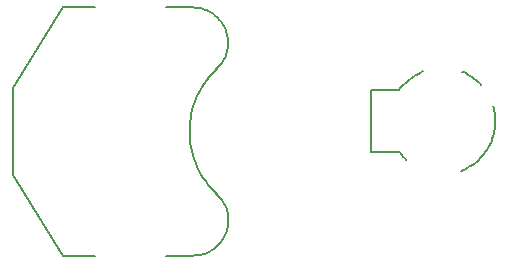
<source format=gbo>
G75*
G70*
%OFA0B0*%
%FSLAX24Y24*%
%IPPOS*%
%LPD*%
%AMOC8*
5,1,8,0,0,1.08239X$1,22.5*
%
%ADD10C,0.0080*%
D10*
X005896Y002504D02*
X006959Y002504D01*
X005896Y002504D02*
X004242Y005182D01*
X004242Y008095D01*
X005896Y010772D01*
X006959Y010772D01*
X009321Y010772D02*
X010227Y010772D01*
X010227Y010773D02*
X010294Y010771D01*
X010360Y010764D01*
X010427Y010754D01*
X010492Y010740D01*
X010557Y010723D01*
X010621Y010702D01*
X010683Y010677D01*
X010744Y010649D01*
X010803Y010617D01*
X010861Y010582D01*
X010916Y010544D01*
X010969Y010502D01*
X011019Y010458D01*
X011067Y010411D01*
X011112Y010361D01*
X011154Y010309D01*
X011193Y010255D01*
X011229Y010198D01*
X011262Y010140D01*
X011292Y010079D01*
X011317Y010017D01*
X011340Y009954D01*
X011358Y009889D01*
X011373Y009824D01*
X011385Y009758D01*
X011392Y009691D01*
X011396Y009624D01*
X011395Y009557D01*
X011391Y009490D01*
X011384Y009423D01*
X011372Y009357D01*
X011357Y009292D01*
X011338Y009228D01*
X011315Y009164D01*
X011289Y009103D01*
X011259Y009042D01*
X011226Y008984D01*
X011190Y008928D01*
X011150Y008873D01*
X011108Y008821D01*
X011062Y008772D01*
X011014Y008725D01*
X011054Y008764D02*
X010954Y008668D01*
X010858Y008567D01*
X010768Y008462D01*
X010682Y008352D01*
X010602Y008238D01*
X010528Y008121D01*
X010460Y008000D01*
X010397Y007876D01*
X010340Y007749D01*
X010290Y007620D01*
X010246Y007488D01*
X010208Y007354D01*
X010177Y007219D01*
X010152Y007082D01*
X010134Y006944D01*
X010123Y006806D01*
X010118Y006667D01*
X010120Y006528D01*
X010129Y006389D01*
X010144Y006251D01*
X010166Y006114D01*
X010195Y005978D01*
X010230Y005844D01*
X010272Y005711D01*
X010320Y005581D01*
X010374Y005453D01*
X010435Y005328D01*
X010501Y005205D01*
X010573Y005087D01*
X010651Y004972D01*
X010734Y004860D01*
X010823Y004753D01*
X010916Y004650D01*
X011015Y004552D01*
X011014Y004552D02*
X011063Y004505D01*
X011110Y004457D01*
X011154Y004405D01*
X011195Y004351D01*
X011233Y004295D01*
X011267Y004236D01*
X011298Y004176D01*
X011326Y004114D01*
X011349Y004051D01*
X011369Y003986D01*
X011386Y003920D01*
X011398Y003853D01*
X011407Y003786D01*
X011411Y003719D01*
X011412Y003651D01*
X011409Y003583D01*
X011401Y003516D01*
X011390Y003449D01*
X011375Y003383D01*
X011357Y003318D01*
X011334Y003254D01*
X011308Y003191D01*
X011278Y003130D01*
X011245Y003071D01*
X011208Y003014D01*
X011169Y002959D01*
X011126Y002907D01*
X011080Y002857D01*
X011031Y002810D01*
X010980Y002766D01*
X010926Y002725D01*
X010870Y002687D01*
X010811Y002652D01*
X010751Y002621D01*
X010689Y002593D01*
X010626Y002569D01*
X010561Y002549D01*
X010496Y002532D01*
X010429Y002520D01*
X010362Y002511D01*
X010294Y002506D01*
X010227Y002505D01*
X010227Y002504D02*
X009321Y002504D01*
X016178Y005965D02*
X017123Y005965D01*
X016178Y005965D02*
X016178Y008012D01*
X017083Y008012D01*
X019190Y008638D02*
X019263Y008607D01*
X019335Y008572D01*
X019405Y008535D01*
X019473Y008494D01*
X019540Y008450D01*
X019605Y008403D01*
X019667Y008353D01*
X019727Y008301D01*
X019785Y008246D01*
X019840Y008188D01*
X020240Y007488D02*
X020263Y007406D01*
X020281Y007323D01*
X020296Y007239D01*
X020306Y007154D01*
X020312Y007069D01*
X020314Y006983D01*
X020312Y006898D01*
X020306Y006813D01*
X020295Y006728D01*
X020281Y006644D01*
X020262Y006560D01*
X020240Y006478D01*
X020213Y006397D01*
X020183Y006317D01*
X020149Y006239D01*
X020111Y006162D01*
X020069Y006088D01*
X020024Y006015D01*
X019975Y005945D01*
X019923Y005878D01*
X019868Y005812D01*
X019809Y005750D01*
X019748Y005691D01*
X019684Y005634D01*
X019617Y005581D01*
X019548Y005531D01*
X019476Y005484D01*
X019403Y005441D01*
X019327Y005402D01*
X019249Y005366D01*
X019170Y005335D01*
X017340Y005688D02*
X017291Y005739D01*
X017245Y005792D01*
X017202Y005848D01*
X017161Y005905D01*
X017122Y005964D01*
X017084Y008011D02*
X017138Y008080D01*
X017196Y008147D01*
X017256Y008210D01*
X017319Y008271D01*
X017385Y008329D01*
X017454Y008384D01*
X017525Y008435D01*
X017598Y008483D01*
X017673Y008528D01*
X017751Y008570D01*
X017830Y008607D01*
X017911Y008641D01*
M02*

</source>
